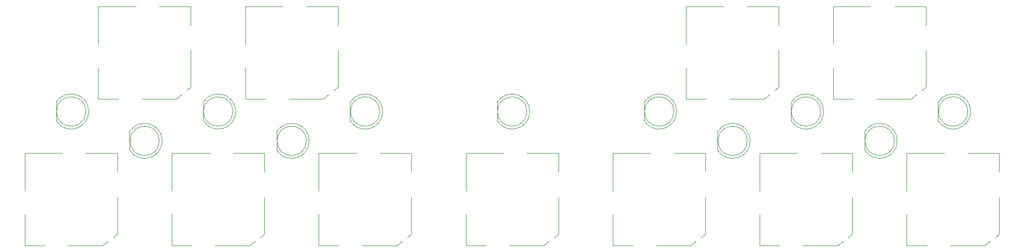
<source format=gbr>
G04 #@! TF.GenerationSoftware,KiCad,Pcbnew,(6.0.5)*
G04 #@! TF.CreationDate,2022-06-09T22:17:25-05:00*
G04 #@! TF.ProjectId,KosmoPulseMain,4b6f736d-6f50-4756-9c73-654d61696e2e,rev?*
G04 #@! TF.SameCoordinates,Original*
G04 #@! TF.FileFunction,Legend,Top*
G04 #@! TF.FilePolarity,Positive*
%FSLAX46Y46*%
G04 Gerber Fmt 4.6, Leading zero omitted, Abs format (unit mm)*
G04 Created by KiCad (PCBNEW (6.0.5)) date 2022-06-09 22:17:25*
%MOMM*%
%LPD*%
G01*
G04 APERTURE LIST*
%ADD10C,0.120000*%
G04 APERTURE END LIST*
D10*
X84935000Y-125955000D02*
X84935000Y-129045000D01*
X84935000Y-129044830D02*
G75*
G03*
X90485000Y-127499538I2560000J1544830D01*
G01*
X90485000Y-127500462D02*
G75*
G03*
X84935000Y-125955170I-2990000J462D01*
G01*
X89995000Y-127500000D02*
G75*
G03*
X89995000Y-127500000I-2500000J0D01*
G01*
X130350000Y-145350000D02*
X124500000Y-145350000D01*
X132850000Y-143300000D02*
X132850000Y-143350000D01*
X120500000Y-145350000D02*
X117100000Y-145350000D01*
X132850000Y-137100000D02*
X132850000Y-143300000D01*
X132850000Y-143350000D02*
X132110000Y-143940000D01*
X117100000Y-145350000D02*
X117100000Y-140000000D01*
X127500000Y-129600000D02*
X132850000Y-129600000D01*
X131290000Y-144590000D02*
X130350000Y-145350000D01*
X117100000Y-136000000D02*
X117100000Y-129600000D01*
X117100000Y-129600000D02*
X123500000Y-129600000D01*
X132850000Y-129600000D02*
X132850000Y-132800000D01*
X147435000Y-120955000D02*
X147435000Y-124045000D01*
X147435000Y-124044830D02*
G75*
G03*
X152985000Y-122499538I2560000J1544830D01*
G01*
X152985000Y-122500462D02*
G75*
G03*
X147435000Y-120955170I-2990000J462D01*
G01*
X152495000Y-122500000D02*
G75*
G03*
X152495000Y-122500000I-2500000J0D01*
G01*
X70500000Y-145350000D02*
X67100000Y-145350000D01*
X82850000Y-129600000D02*
X82850000Y-132800000D01*
X67100000Y-136000000D02*
X67100000Y-129600000D01*
X67100000Y-129600000D02*
X73500000Y-129600000D01*
X80350000Y-145350000D02*
X74500000Y-145350000D01*
X82850000Y-137100000D02*
X82850000Y-143300000D01*
X81290000Y-144590000D02*
X80350000Y-145350000D01*
X82850000Y-143300000D02*
X82850000Y-143350000D01*
X77500000Y-129600000D02*
X82850000Y-129600000D01*
X67100000Y-145350000D02*
X67100000Y-140000000D01*
X82850000Y-143350000D02*
X82110000Y-143940000D01*
X102500000Y-129600000D02*
X107850000Y-129600000D01*
X92100000Y-129600000D02*
X98500000Y-129600000D01*
X92100000Y-136000000D02*
X92100000Y-129600000D01*
X105350000Y-145350000D02*
X99500000Y-145350000D01*
X107850000Y-143350000D02*
X107110000Y-143940000D01*
X107850000Y-143300000D02*
X107850000Y-143350000D01*
X92100000Y-145350000D02*
X92100000Y-140000000D01*
X107850000Y-129600000D02*
X107850000Y-132800000D01*
X106290000Y-144590000D02*
X105350000Y-145350000D01*
X107850000Y-137100000D02*
X107850000Y-143300000D01*
X95500000Y-145350000D02*
X92100000Y-145350000D01*
X104600000Y-120350000D02*
X104600000Y-115000000D01*
X104600000Y-104600000D02*
X111000000Y-104600000D01*
X118790000Y-119590000D02*
X117850000Y-120350000D01*
X104600000Y-111000000D02*
X104600000Y-104600000D01*
X120350000Y-112100000D02*
X120350000Y-118300000D01*
X117850000Y-120350000D02*
X112000000Y-120350000D01*
X108000000Y-120350000D02*
X104600000Y-120350000D01*
X120350000Y-104600000D02*
X120350000Y-107800000D01*
X120350000Y-118350000D02*
X119610000Y-118940000D01*
X120350000Y-118300000D02*
X120350000Y-118350000D01*
X115000000Y-104600000D02*
X120350000Y-104600000D01*
X172435000Y-120955000D02*
X172435000Y-124045000D01*
X177985000Y-122500462D02*
G75*
G03*
X172435000Y-120955170I-2990000J462D01*
G01*
X172435000Y-124044830D02*
G75*
G03*
X177985000Y-122499538I2560000J1544830D01*
G01*
X177495000Y-122500000D02*
G75*
G03*
X177495000Y-122500000I-2500000J0D01*
G01*
X92850000Y-120350000D02*
X87000000Y-120350000D01*
X95350000Y-118300000D02*
X95350000Y-118350000D01*
X95350000Y-112100000D02*
X95350000Y-118300000D01*
X79600000Y-111000000D02*
X79600000Y-104600000D01*
X79600000Y-104600000D02*
X86000000Y-104600000D01*
X90000000Y-104600000D02*
X95350000Y-104600000D01*
X93790000Y-119590000D02*
X92850000Y-120350000D01*
X95350000Y-118350000D02*
X94610000Y-118940000D01*
X79600000Y-120350000D02*
X79600000Y-115000000D01*
X83000000Y-120350000D02*
X79600000Y-120350000D01*
X95350000Y-104600000D02*
X95350000Y-107800000D01*
X209935000Y-125955000D02*
X209935000Y-129045000D01*
X215485000Y-127500462D02*
G75*
G03*
X209935000Y-125955170I-2990000J462D01*
G01*
X209935000Y-129044830D02*
G75*
G03*
X215485000Y-127499538I2560000J1544830D01*
G01*
X214995000Y-127500000D02*
G75*
G03*
X214995000Y-127500000I-2500000J0D01*
G01*
X217850000Y-120350000D02*
X212000000Y-120350000D01*
X204600000Y-120350000D02*
X204600000Y-115000000D01*
X215000000Y-104600000D02*
X220350000Y-104600000D01*
X218790000Y-119590000D02*
X217850000Y-120350000D01*
X220350000Y-104600000D02*
X220350000Y-107800000D01*
X220350000Y-118350000D02*
X219610000Y-118940000D01*
X204600000Y-111000000D02*
X204600000Y-104600000D01*
X208000000Y-120350000D02*
X204600000Y-120350000D01*
X220350000Y-112100000D02*
X220350000Y-118300000D01*
X204600000Y-104600000D02*
X211000000Y-104600000D01*
X220350000Y-118300000D02*
X220350000Y-118350000D01*
X195350000Y-104600000D02*
X195350000Y-107800000D01*
X179600000Y-111000000D02*
X179600000Y-104600000D01*
X190000000Y-104600000D02*
X195350000Y-104600000D01*
X192850000Y-120350000D02*
X187000000Y-120350000D01*
X179600000Y-104600000D02*
X186000000Y-104600000D01*
X195350000Y-118300000D02*
X195350000Y-118350000D01*
X183000000Y-120350000D02*
X179600000Y-120350000D01*
X195350000Y-118350000D02*
X194610000Y-118940000D01*
X195350000Y-112100000D02*
X195350000Y-118300000D01*
X193790000Y-119590000D02*
X192850000Y-120350000D01*
X179600000Y-120350000D02*
X179600000Y-115000000D01*
X222435000Y-120955000D02*
X222435000Y-124045000D01*
X227985000Y-122500462D02*
G75*
G03*
X222435000Y-120955170I-2990000J462D01*
G01*
X222435000Y-124044830D02*
G75*
G03*
X227985000Y-122499538I2560000J1544830D01*
G01*
X227495000Y-122500000D02*
G75*
G03*
X227495000Y-122500000I-2500000J0D01*
G01*
X184935000Y-125955000D02*
X184935000Y-129045000D01*
X184935000Y-129044830D02*
G75*
G03*
X190485000Y-127499538I2560000J1544830D01*
G01*
X190485000Y-127500462D02*
G75*
G03*
X184935000Y-125955170I-2990000J462D01*
G01*
X189995000Y-127500000D02*
G75*
G03*
X189995000Y-127500000I-2500000J0D01*
G01*
X142100000Y-129600000D02*
X148500000Y-129600000D01*
X157850000Y-129600000D02*
X157850000Y-132800000D01*
X157850000Y-137100000D02*
X157850000Y-143300000D01*
X142100000Y-145350000D02*
X142100000Y-140000000D01*
X145500000Y-145350000D02*
X142100000Y-145350000D01*
X156290000Y-144590000D02*
X155350000Y-145350000D01*
X142100000Y-136000000D02*
X142100000Y-129600000D01*
X157850000Y-143300000D02*
X157850000Y-143350000D01*
X152500000Y-129600000D02*
X157850000Y-129600000D01*
X155350000Y-145350000D02*
X149500000Y-145350000D01*
X157850000Y-143350000D02*
X157110000Y-143940000D01*
X97435000Y-120955000D02*
X97435000Y-124045000D01*
X102985000Y-122500462D02*
G75*
G03*
X97435000Y-120955170I-2990000J462D01*
G01*
X97435000Y-124044830D02*
G75*
G03*
X102985000Y-122499538I2560000J1544830D01*
G01*
X102495000Y-122500000D02*
G75*
G03*
X102495000Y-122500000I-2500000J0D01*
G01*
X109935000Y-125955000D02*
X109935000Y-129045000D01*
X109935000Y-129044830D02*
G75*
G03*
X115485000Y-127499538I2560000J1544830D01*
G01*
X115485000Y-127500462D02*
G75*
G03*
X109935000Y-125955170I-2990000J462D01*
G01*
X114995000Y-127500000D02*
G75*
G03*
X114995000Y-127500000I-2500000J0D01*
G01*
X182850000Y-137100000D02*
X182850000Y-143300000D01*
X167100000Y-129600000D02*
X173500000Y-129600000D01*
X170500000Y-145350000D02*
X167100000Y-145350000D01*
X182850000Y-143350000D02*
X182110000Y-143940000D01*
X177500000Y-129600000D02*
X182850000Y-129600000D01*
X181290000Y-144590000D02*
X180350000Y-145350000D01*
X167100000Y-145350000D02*
X167100000Y-140000000D01*
X167100000Y-136000000D02*
X167100000Y-129600000D01*
X180350000Y-145350000D02*
X174500000Y-145350000D01*
X182850000Y-129600000D02*
X182850000Y-132800000D01*
X182850000Y-143300000D02*
X182850000Y-143350000D01*
X205350000Y-145350000D02*
X199500000Y-145350000D01*
X206290000Y-144590000D02*
X205350000Y-145350000D01*
X207850000Y-143300000D02*
X207850000Y-143350000D01*
X202500000Y-129600000D02*
X207850000Y-129600000D01*
X207850000Y-137100000D02*
X207850000Y-143300000D01*
X192100000Y-129600000D02*
X198500000Y-129600000D01*
X192100000Y-136000000D02*
X192100000Y-129600000D01*
X192100000Y-145350000D02*
X192100000Y-140000000D01*
X207850000Y-129600000D02*
X207850000Y-132800000D01*
X195500000Y-145350000D02*
X192100000Y-145350000D01*
X207850000Y-143350000D02*
X207110000Y-143940000D01*
X231290000Y-144590000D02*
X230350000Y-145350000D01*
X230350000Y-145350000D02*
X224500000Y-145350000D01*
X232850000Y-143350000D02*
X232110000Y-143940000D01*
X227500000Y-129600000D02*
X232850000Y-129600000D01*
X217100000Y-145350000D02*
X217100000Y-140000000D01*
X220500000Y-145350000D02*
X217100000Y-145350000D01*
X217100000Y-129600000D02*
X223500000Y-129600000D01*
X232850000Y-143300000D02*
X232850000Y-143350000D01*
X232850000Y-129600000D02*
X232850000Y-132800000D01*
X217100000Y-136000000D02*
X217100000Y-129600000D01*
X232850000Y-137100000D02*
X232850000Y-143300000D01*
X72435000Y-120955000D02*
X72435000Y-124045000D01*
X72435000Y-124044830D02*
G75*
G03*
X77985000Y-122499538I2560000J1544830D01*
G01*
X77985000Y-122500462D02*
G75*
G03*
X72435000Y-120955170I-2990000J462D01*
G01*
X77495000Y-122500000D02*
G75*
G03*
X77495000Y-122500000I-2500000J0D01*
G01*
X197435000Y-120955000D02*
X197435000Y-124045000D01*
X197435000Y-124044830D02*
G75*
G03*
X202985000Y-122499538I2560000J1544830D01*
G01*
X202985000Y-122500462D02*
G75*
G03*
X197435000Y-120955170I-2990000J462D01*
G01*
X202495000Y-122500000D02*
G75*
G03*
X202495000Y-122500000I-2500000J0D01*
G01*
X122435000Y-120955000D02*
X122435000Y-124045000D01*
X127985000Y-122500462D02*
G75*
G03*
X122435000Y-120955170I-2990000J462D01*
G01*
X122435000Y-124044830D02*
G75*
G03*
X127985000Y-122499538I2560000J1544830D01*
G01*
X127495000Y-122500000D02*
G75*
G03*
X127495000Y-122500000I-2500000J0D01*
G01*
M02*

</source>
